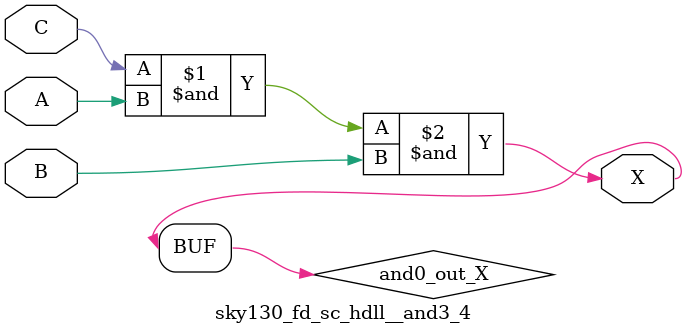
<source format=v>
/*
 * Copyright 2020 The SkyWater PDK Authors
 *
 * Licensed under the Apache License, Version 2.0 (the "License");
 * you may not use this file except in compliance with the License.
 * You may obtain a copy of the License at
 *
 *     https://www.apache.org/licenses/LICENSE-2.0
 *
 * Unless required by applicable law or agreed to in writing, software
 * distributed under the License is distributed on an "AS IS" BASIS,
 * WITHOUT WARRANTIES OR CONDITIONS OF ANY KIND, either express or implied.
 * See the License for the specific language governing permissions and
 * limitations under the License.
 *
 * SPDX-License-Identifier: Apache-2.0
*/


`ifndef SKY130_FD_SC_HDLL__AND3_4_FUNCTIONAL_V
`define SKY130_FD_SC_HDLL__AND3_4_FUNCTIONAL_V

/**
 * and3: 3-input AND.
 *
 * Verilog simulation functional model.
 */

`timescale 1ns / 1ps
`default_nettype none

`celldefine
module sky130_fd_sc_hdll__and3_4 (
    X,
    A,
    B,
    C
);

    // Module ports
    output X;
    input  A;
    input  B;
    input  C;

    // Local signals
    wire and0_out_X;

    //  Name  Output      Other arguments
    and and0 (and0_out_X, C, A, B        );
    buf buf0 (X         , and0_out_X     );

endmodule
`endcelldefine

`default_nettype wire
`endif  // SKY130_FD_SC_HDLL__AND3_4_FUNCTIONAL_V

</source>
